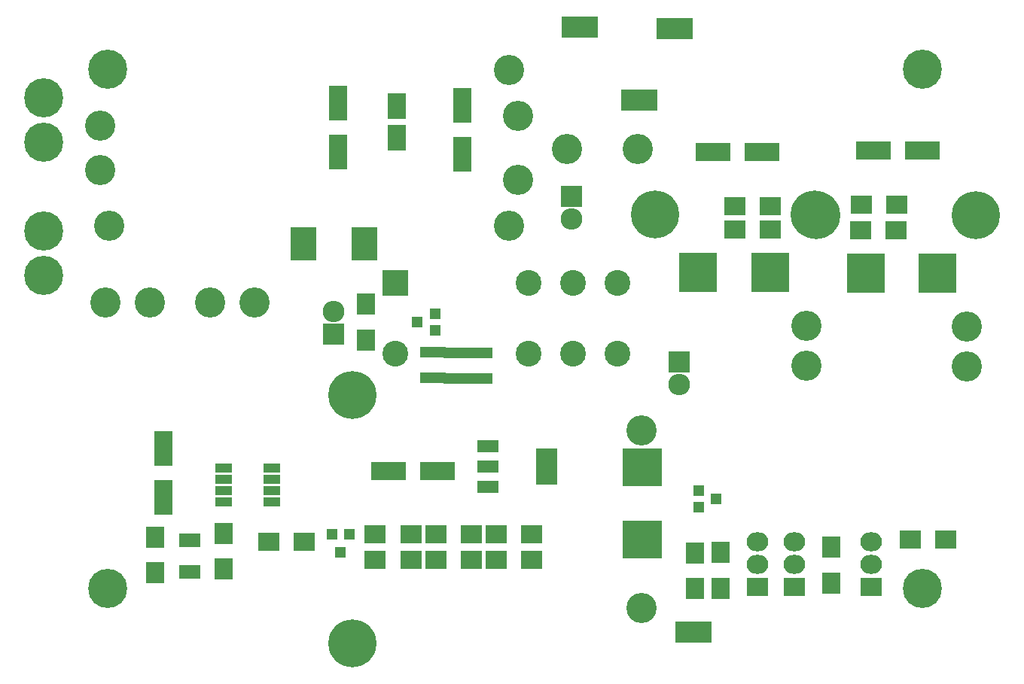
<source format=gbs>
G04 #@! TF.FileFunction,Soldermask,Bot*
%FSLAX46Y46*%
G04 Gerber Fmt 4.6, Leading zero omitted, Abs format (unit mm)*
G04 Created by KiCad (PCBNEW 4.0.1-stable) date 21.5.2016. 23:44:44*
%MOMM*%
G01*
G04 APERTURE LIST*
%ADD10C,0.100000*%
%ADD11R,2.900000X2.900000*%
%ADD12C,2.900000*%
%ADD13R,2.000200X3.999180*%
%ADD14R,2.000200X3.000960*%
%ADD15R,3.999180X2.000200*%
%ADD16R,2.000000X2.400000*%
%ADD17R,2.400000X1.650000*%
%ADD18R,4.400000X4.200000*%
%ADD19R,4.200000X4.400000*%
%ADD20R,2.899360X3.699460*%
%ADD21C,4.400000*%
%ADD22R,2.432000X2.432000*%
%ADD23O,2.432000X2.432000*%
%ADD24C,3.400000*%
%ADD25R,2.432000X2.127200*%
%ADD26O,2.432000X2.127200*%
%ADD27R,4.050000X2.450000*%
%ADD28R,1.200100X1.200100*%
%ADD29R,2.100000X2.400000*%
%ADD30R,2.400000X2.100000*%
%ADD31R,1.950000X1.000000*%
%ADD32C,5.400000*%
%ADD33R,2.900000X1.300000*%
%ADD34R,2.432000X4.057600*%
%ADD35R,2.432000X1.416000*%
G04 APERTURE END LIST*
D10*
D11*
X108500000Y-90800000D03*
D12*
X133500000Y-90800000D03*
X128500000Y-90800000D03*
X123500000Y-90800000D03*
X133500000Y-98800000D03*
X128500000Y-98800000D03*
X123500000Y-98800000D03*
X108500000Y-98800000D03*
D13*
X102100000Y-76100820D03*
X102100000Y-70599180D03*
D14*
X108700000Y-74500860D03*
X108700000Y-70899140D03*
D15*
X113250820Y-112000000D03*
X107749180Y-112000000D03*
D13*
X82400000Y-109449180D03*
X82400000Y-114950820D03*
D16*
X89200000Y-119000000D03*
X89200000Y-123000000D03*
D15*
X162296950Y-75868142D03*
X167798590Y-75868142D03*
X149750820Y-76100000D03*
X144249180Y-76100000D03*
D13*
X116000000Y-76350820D03*
X116000000Y-70849180D03*
D17*
X85400000Y-119725000D03*
X85400000Y-123287500D03*
D18*
X136300000Y-119650000D03*
X136300000Y-111550000D03*
D19*
X161397770Y-89668142D03*
X169497770Y-89668142D03*
X150650000Y-89600000D03*
X142550000Y-89600000D03*
D20*
X105001060Y-86400000D03*
X98198940Y-86400000D03*
D21*
X69000000Y-90000000D03*
X69000000Y-85000000D03*
X69000000Y-75000000D03*
X69000000Y-70000000D03*
X167800000Y-66800000D03*
X76200000Y-66800000D03*
X167800000Y-125200000D03*
X76200000Y-125200000D03*
D22*
X140400000Y-99700000D03*
D23*
X140400000Y-102240000D03*
D24*
X92700000Y-93000000D03*
X87700000Y-93000000D03*
D22*
X128300000Y-81100000D03*
D23*
X128300000Y-83640000D03*
D22*
X101600000Y-96600000D03*
D23*
X101600000Y-94060000D03*
D25*
X149200000Y-125000000D03*
D26*
X149200000Y-122460000D03*
X149200000Y-119920000D03*
D25*
X153400000Y-125000000D03*
D26*
X153400000Y-122460000D03*
X153400000Y-119920000D03*
D27*
X142000000Y-130100000D03*
X129250000Y-62000000D03*
X135900000Y-70200000D03*
X139900000Y-62200000D03*
D24*
X80900000Y-93000000D03*
X75900000Y-93000000D03*
D25*
X162000000Y-125000000D03*
D26*
X162000000Y-122460000D03*
X162000000Y-119920000D03*
D28*
X101400000Y-119100000D03*
X103300000Y-119100000D03*
X102350000Y-121098980D03*
X113000760Y-94250000D03*
X113000760Y-96150000D03*
X111001780Y-95200000D03*
X142599240Y-116050000D03*
X142599240Y-114150000D03*
X144598220Y-115100000D03*
D29*
X81500000Y-119400000D03*
X81500000Y-123400000D03*
D30*
X119848325Y-121924125D03*
X123848325Y-121924125D03*
X106248325Y-121924125D03*
X110248325Y-121924125D03*
X106248325Y-119124125D03*
X110248325Y-119124125D03*
X98300000Y-119900000D03*
X94300000Y-119900000D03*
X119848325Y-119124125D03*
X123848325Y-119124125D03*
X113048325Y-121924125D03*
X117048325Y-121924125D03*
X113048325Y-119124125D03*
X117048325Y-119124125D03*
X146700000Y-82200000D03*
X150700000Y-82200000D03*
X170400000Y-119650000D03*
X166400000Y-119650000D03*
D29*
X157550000Y-120550000D03*
X157550000Y-124550000D03*
X145050000Y-121150000D03*
X145050000Y-125150000D03*
X142200000Y-121200000D03*
X142200000Y-125200000D03*
D30*
X146700000Y-84800000D03*
X150700000Y-84800000D03*
X164847770Y-84868142D03*
X160847770Y-84868142D03*
X164892769Y-81981612D03*
X160892769Y-81981612D03*
D29*
X105200000Y-93200000D03*
X105200000Y-97200000D03*
D24*
X75300000Y-73100000D03*
X75300000Y-78100000D03*
X122300000Y-71980000D03*
X122300000Y-79220000D03*
X76300000Y-66850000D03*
X76300000Y-84350000D03*
X121300000Y-66850000D03*
X121300000Y-84350000D03*
D31*
X94600000Y-111595000D03*
X94600000Y-112865000D03*
X94600000Y-114135000D03*
X94600000Y-115405000D03*
X89200000Y-115405000D03*
X89200000Y-114135000D03*
X89200000Y-112865000D03*
X89200000Y-111595000D03*
D24*
X136200000Y-107400000D03*
X136200000Y-127400000D03*
D32*
X103700000Y-103400000D03*
X103700000Y-131400000D03*
D24*
X154700000Y-95600000D03*
X154700000Y-100100000D03*
D32*
X155700000Y-83100000D03*
X137700000Y-83100000D03*
D24*
X172800000Y-95700000D03*
X172800000Y-100200000D03*
D32*
X173800000Y-83200000D03*
X155800000Y-83200000D03*
D33*
X112701030Y-101486499D03*
X112701030Y-98586499D03*
X115384500Y-101541500D03*
X115384500Y-98641500D03*
X117984500Y-101541500D03*
X117984500Y-98641500D03*
D24*
X135800000Y-75700000D03*
X127800000Y-75700000D03*
D34*
X125502000Y-111500000D03*
D35*
X118898000Y-111500000D03*
X118898000Y-109214000D03*
X118898000Y-113786000D03*
M02*

</source>
